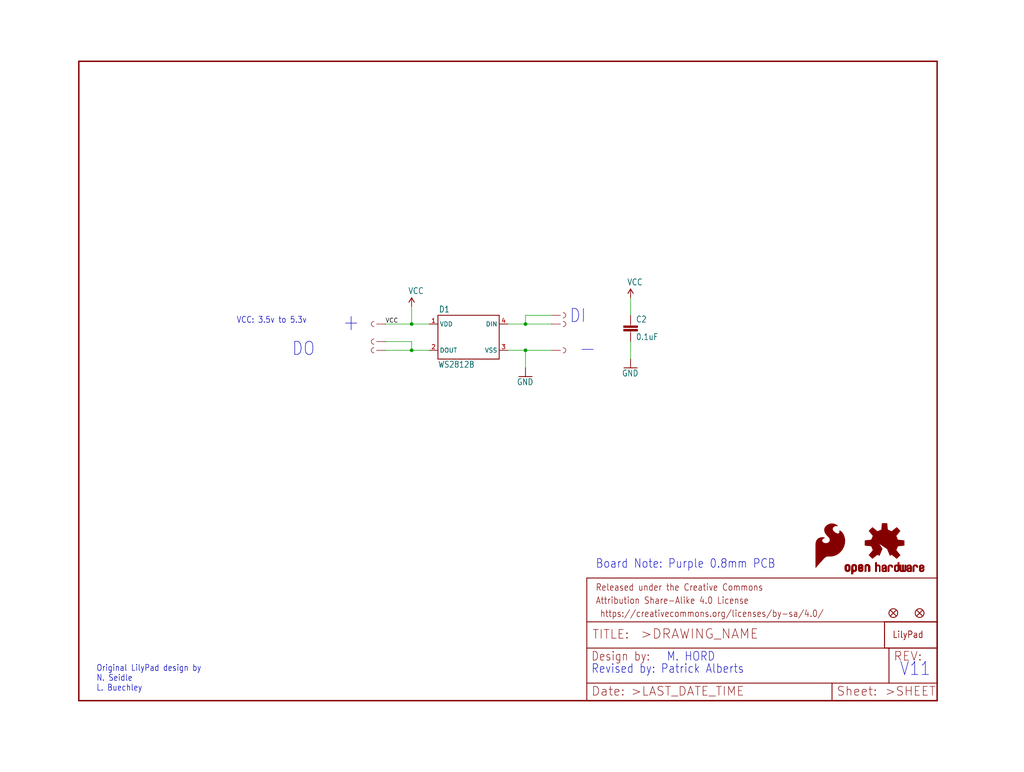
<source format=kicad_sch>
(kicad_sch (version 20211123) (generator eeschema)
  (paper "User" 297.002 223.926)
  (lib_symbols
    (symbol "eagleSchem-eagle-import:0.1UF-25V(+80{slash}-20%)(0603)"
      (property "Reference" "C" (at 1.524 2.921 0))
      (property "Value" "0.1UF-25V(+80{slash}-20%)(0603)" (at 1.524 -2.159 0))
      (symbol "0.1UF-25V(+80{slash}-20%)(0603)_1_0"
        (pin passive line (at 0 5.08 270) (length 2.54) (name "1") (number "1"))
        (pin passive line (at 0 -2.54 90) (length 2.54) (name "2") (number "2"))
      )
    )
    (symbol "eagleSchem-eagle-import:FIDUCIAL1X2")
    (symbol "eagleSchem-eagle-import:FRAME-LETTER"
      (symbol "FRAME-LETTER_2_0"
        (text " https://creativecommons.org/licenses/by-sa/4.0/" (at 2.54 24.13 0) (effects (font (size 1.9304 1.6408)) (justify left bottom)))
        (text ">DRAWING_NAME" (at 15.494 17.78 0) (effects (font (size 2.7432 2.7432)) (justify left bottom)))
        (text ">LAST_DATE_TIME" (at 12.7 1.27 0) (effects (font (size 2.54 2.54)) (justify left bottom)))
        (text ">SHEET" (at 86.36 1.27 0) (effects (font (size 2.54 2.54)) (justify left bottom)))
        (text "Attribution Share-Alike 4.0 License" (at 2.54 27.94 0) (effects (font (size 1.9304 1.6408)) (justify left bottom)))
        (text "Date:" (at 1.27 1.27 0) (effects (font (size 2.54 2.54)) (justify left bottom)))
        (text "Design by:" (at 1.27 11.43 0) (effects (font (size 2.54 2.159)) (justify left bottom)))
        (text "Released under the Creative Commons" (at 2.54 31.75 0) (effects (font (size 1.9304 1.6408)) (justify left bottom)))
        (text "REV:" (at 88.9 11.43 0) (effects (font (size 2.54 2.54)) (justify left bottom)))
        (text "Sheet:" (at 72.39 1.27 0) (effects (font (size 2.54 2.54)) (justify left bottom)))
        (text "TITLE:" (at 1.524 17.78 0) (effects (font (size 2.54 2.54)) (justify left bottom)))
      )
    )
    (symbol "eagleSchem-eagle-import:GND" (power)
      (property "Value" "GND" (at -2.54 -2.54 0))
      (symbol "GND_1_0"
        (pin power_in line (at 0 2.54 270) (length 2.54) (name "GND") (number "1"))
      )
    )
    (symbol "eagleSchem-eagle-import:LOGO-LPL"
      (symbol "LOGO-LPL_1_0"
        (text "LilyPad" (at -0.254 0.254 0) (effects (font (size 1.9304 1.6408)) (justify left bottom)))
      )
    )
    (symbol "eagleSchem-eagle-import:LOGO-LPLP"
      (symbol "LOGO-LPLP_1_0"
        (text "LilyPad" (at -0.254 0.254 0) (effects (font (size 1.9304 1.6408)) (justify left bottom)))
      )
    )
    (symbol "eagleSchem-eagle-import:OSHW-LOGOS")
    (symbol "eagleSchem-eagle-import:SEWTAP6"
      (symbol "SEWTAP6_1_0"
        (pin bidirectional line (at -2.54 0 180) (length 0) (name "1") (number "1"))
      )
    )
    (symbol "eagleSchem-eagle-import:SFE_LOGO_FLAME.1_INCH")
    (symbol "eagleSchem-eagle-import:VCC" (power)
      (property "Value" "VCC" (at -1.016 3.556 0))
      (symbol "VCC_1_0"
        (pin power_in line (at 0 0 90) (length 2.54) (name "VCC") (number "1"))
      )
    )
    (symbol "eagleSchem-eagle-import:WS2812B"
      (property "Reference" "D" (at -2.286 8.382 0))
      (property "Value" "WS2812B" (at -2.54 -7.62 0))
      (symbol "WS2812B_1_0"
        (pin power_in line (at -5.08 5.08 0) (length 2.54) (name "VDD") (number "1"))
        (pin output line (at -5.08 -2.54 0) (length 2.54) (name "DOUT") (number "2"))
        (pin power_in line (at 17.78 -2.54 180) (length 2.54) (name "VSS") (number "3"))
        (pin input line (at 17.78 5.08 180) (length 2.54) (name "DIN") (number "4"))
      )
    )
  )
  (junction (at 152.4 93.98))
  (junction (at 119.38 101.6))
  (junction (at 119.38 93.98))
  (junction (at 152.4 101.6))
  (wire (pts (xy 152.4 101.6) (xy 152.4 106.68)))
  (wire (pts (xy 160.02 93.98) (xy 152.4 93.98)))
  (wire (pts (xy 111.76 99.06) (xy 119.38 99.06)))
  (wire (pts (xy 119.38 99.06) (xy 119.38 101.6)))
  (wire (pts (xy 147.32 101.6) (xy 152.4 101.6)))
  (wire (pts (xy 160.02 101.6) (xy 152.4 101.6)))
  (wire (pts (xy 111.76 93.98) (xy 119.38 93.98)))
  (wire (pts (xy 119.38 93.98) (xy 124.46 93.98)))
  (wire (pts (xy 182.88 91.44) (xy 182.88 86.36)))
  (wire (pts (xy 152.4 93.98) (xy 147.32 93.98)))
  (wire (pts (xy 111.76 101.6) (xy 119.38 101.6)))
  (wire (pts (xy 119.38 101.6) (xy 124.46 101.6)))
  (wire (pts (xy 182.88 99.06) (xy 182.88 104.14)))
  (wire (pts (xy 152.4 91.44) (xy 152.4 93.98)))
  (wire (pts (xy 119.38 93.98) (xy 119.38 88.9)))
  (wire (pts (xy 160.02 91.44) (xy 152.4 91.44)))
  (text "Original LilyPad design by\nN. Seidle\nL. Buechley" (at 27.94 200.66 180) (effects (font (size 1.778 1.5113)) (justify left bottom)))
  (text "-" (at 167.64 104.14 180) (effects (font (size 5.08 4.318)) (justify left bottom)))
  (text "M. HORD" (at 193.294 192.024 180) (effects (font (size 2.54 2.159)) (justify left bottom)))
  (text "VCC: 3.5v to 5.3v" (at 68.58 93.98 180) (effects (font (size 1.778 1.5113)) (justify left bottom)))
  (text "Revised by: Patrick Alberts" (at 171.45 195.58 180) (effects (font (size 2.54 2.159)) (justify left bottom)))
  (text "DO" (at 91.44 99.06 180) (effects (font (size 3.81 3.2385)) (justify right top)))
  (text "V11" (at 260.858 196.342 180) (effects (font (size 3.81 3.2385)) (justify left bottom)))
  (text "DI" (at 165.1 93.98 180) (effects (font (size 3.81 3.2385)) (justify left bottom)))
  (text "Board Note: Purple 0.8mm PCB" (at 172.72 165.1 180) (effects (font (size 2.54 2.159)) (justify left bottom)))
  (text "+" (at 99.06 96.52 180) (effects (font (size 5.08 4.318)) (justify left bottom)))
  (label "VCC" (at 111.76 93.98 0) (effects (font (size 1.2446 1.2446))))
  (symbol (lib_id "eagleSchem-eagle-import:GND") (at 182.88 106.68 0) (unit 1)
    (property "Reference" "#GND3" (effects hide))
    (property "Value" "GND" (at 180.34 109.22 0) (effects (font (size 1.778 1.5113)) (justify left bottom)))
    (property "Footprint" "eagleSchem:" (effects hide))
  )
  (symbol (lib_id "eagleSchem-eagle-import:VCC") (at 182.88 86.36 0) (unit 1)
    (property "Reference" "#P+3" (effects hide))
    (property "Value" "VCC" (at 181.864 82.804 0) (effects (font (size 1.778 1.5113)) (justify left bottom)))
    (property "Footprint" "eagleSchem:" (effects hide))
  )
  (symbol (lib_id "eagleSchem-eagle-import:OSHW-LOGOS") (at 256.54 157.48 0) (unit 1)
    (property "Reference" "LOGO1" (effects hide))
    (property "Value" "OSHW-LOGOS" (effects hide))
    (property "Footprint" "eagleSchem:OSHW-LOGO-S" (effects hide))
  )
  (symbol (lib_id "eagleSchem-eagle-import:0.1UF-25V(+80{slash}-20%)(0603)") (at 182.88 96.52 0) (unit 1)
    (property "Reference" "C2" (at 184.404 93.599 0) (effects (font (size 1.778 1.5113)) (justify left bottom)))
    (property "Value" "0.1uF" (at 184.404 98.679 0) (effects (font (size 1.778 1.5113)) (justify left bottom)))
    (property "Footprint" "eagleSchem:0603-CAP" (effects hide))
  )
  (symbol (lib_id "eagleSchem-eagle-import:SEWTAP6") (at 109.22 93.98 180) (unit 1)
    (property "Reference" "JP4" (effects hide))
    (property "Value" "SEWTAP6" (effects hide))
    (property "Footprint" "eagleSchem:PETAL-SMALL-2SIDE" (effects hide))
  )
  (symbol (lib_id "eagleSchem-eagle-import:LOGO-LPLP") (at 259.08 185.42 0) (unit 1)
    (property "Reference" "U$1" (effects hide))
    (property "Value" "LOGO-LPLP" (effects hide))
    (property "Footprint" "eagleSchem:LOGO-LILYPAD" (effects hide))
  )
  (symbol (lib_id "eagleSchem-eagle-import:SFE_LOGO_FLAME.1_INCH") (at 236.22 165.1 0) (unit 1)
    (property "Reference" "LOGO2" (effects hide))
    (property "Value" "SFE_LOGO_FLAME.1_INCH" (effects hide))
    (property "Footprint" "eagleSchem:SFE_LOGO_FLAME_.1" (effects hide))
  )
  (symbol (lib_id "eagleSchem-eagle-import:FIDUCIAL1X2") (at 266.7 177.8 0) (unit 1)
    (property "Reference" "FID2" (effects hide))
    (property "Value" "FIDUCIAL1X2" (effects hide))
    (property "Footprint" "eagleSchem:FIDUCIAL-1X2" (effects hide))
  )
  (symbol (lib_id "eagleSchem-eagle-import:VCC") (at 119.38 88.9 0) (unit 1)
    (property "Reference" "#P+2" (effects hide))
    (property "Value" "VCC" (at 118.364 85.344 0) (effects (font (size 1.778 1.5113)) (justify left bottom)))
    (property "Footprint" "eagleSchem:" (effects hide))
  )
  (symbol (lib_id "eagleSchem-eagle-import:FRAME-LETTER") (at 170.18 203.2 0) (unit 2)
    (property "Reference" "FRAME1" (effects hide))
    (property "Value" "FRAME-LETTER" (effects hide))
    (property "Footprint" "eagleSchem:CREATIVE_COMMONS" (effects hide))
  )
  (symbol (lib_id "eagleSchem-eagle-import:FIDUCIAL1X2") (at 259.08 177.8 0) (unit 1)
    (property "Reference" "FID1" (effects hide))
    (property "Value" "FIDUCIAL1X2" (effects hide))
    (property "Footprint" "eagleSchem:FIDUCIAL-1X2" (effects hide))
  )
  (symbol (lib_id "eagleSchem-eagle-import:WS2812B") (at 129.54 99.06 0) (unit 1)
    (property "Reference" "D1" (at 127.254 90.678 0) (effects (font (size 1.778 1.5113)) (justify left bottom)))
    (property "Value" "WS2812B" (at 127 106.68 0) (effects (font (size 1.778 1.5113)) (justify left bottom)))
    (property "Footprint" "eagleSchem:WS2812B" (effects hide))
  )
  (symbol (lib_id "eagleSchem-eagle-import:LOGO-LPL") (at 259.08 185.42 0) (unit 1)
    (property "Reference" "U$8" (effects hide))
    (property "Value" "LOGO-LPL" (effects hide))
    (property "Footprint" "eagleSchem:LOGO-L" (effects hide))
  )
  (symbol (lib_id "eagleSchem-eagle-import:SEWTAP6") (at 109.22 101.6 180) (unit 1)
    (property "Reference" "JP1" (effects hide))
    (property "Value" "SEWTAP6" (effects hide))
    (property "Footprint" "eagleSchem:PETAL-SMALL-2SIDE" (effects hide))
  )
  (symbol (lib_id "eagleSchem-eagle-import:GND") (at 152.4 109.22 0) (unit 1)
    (property "Reference" "#GND2" (effects hide))
    (property "Value" "GND" (at 149.86 111.76 0) (effects (font (size 1.778 1.5113)) (justify left bottom)))
    (property "Footprint" "eagleSchem:" (effects hide))
  )
  (symbol (lib_id "eagleSchem-eagle-import:SEWTAP6") (at 162.56 93.98 0) (unit 1)
    (property "Reference" "JP5" (effects hide))
    (property "Value" "SEWTAP6" (effects hide))
    (property "Footprint" "eagleSchem:PETAL-SMALL-2SIDE" (effects hide))
  )
  (symbol (lib_id "eagleSchem-eagle-import:SEWTAP6") (at 109.22 99.06 180) (unit 1)
    (property "Reference" "JP2" (effects hide))
    (property "Value" "SEWTAP6" (effects hide))
    (property "Footprint" "eagleSchem:PETAL-SMALL-2SIDE" (effects hide))
  )
  (symbol (lib_id "eagleSchem-eagle-import:SEWTAP6") (at 162.56 101.6 0) (unit 1)
    (property "Reference" "JP3" (effects hide))
    (property "Value" "SEWTAP6" (effects hide))
    (property "Footprint" "eagleSchem:PETAL-SMALL-2SIDE" (effects hide))
  )
  (symbol (lib_id "eagleSchem-eagle-import:FRAME-LETTER") (at 22.86 203.2 0) (unit 1)
    (property "Reference" "FRAME1" (effects hide))
    (property "Value" "FRAME-LETTER" (effects hide))
    (property "Footprint" "eagleSchem:CREATIVE_COMMONS" (effects hide))
  )
  (symbol (lib_id "eagleSchem-eagle-import:SEWTAP6") (at 162.56 91.44 0) (unit 1)
    (property "Reference" "JP6" (effects hide))
    (property "Value" "SEWTAP6" (effects hide))
    (property "Footprint" "eagleSchem:PETAL-SMALL-2SIDE" (effects hide))
  )
)
</source>
